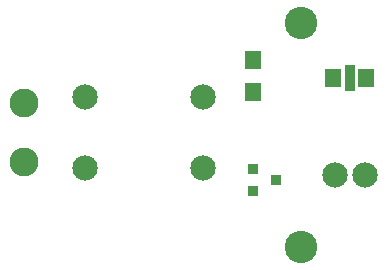
<source format=gts>
G04 #@! TF.FileFunction,Soldermask,Top*
%FSLAX46Y46*%
G04 Gerber Fmt 4.6, Leading zero omitted, Abs format (unit mm)*
G04 Created by KiCad (PCBNEW 4.0.1-stable) date 3/11/2016 2:16:34 AM*
%MOMM*%
G01*
G04 APERTURE LIST*
%ADD10C,0.100000*%
%ADD11C,2.150000*%
%ADD12R,1.350000X1.550000*%
%ADD13R,0.950000X2.250000*%
%ADD14C,2.450000*%
%ADD15R,0.950100X0.950100*%
%ADD16R,1.450000X1.650000*%
%ADD17C,2.750000*%
G04 APERTURE END LIST*
D10*
D11*
X166870000Y-108600000D03*
X164330000Y-108600000D03*
D12*
X167000000Y-100400000D03*
X164200000Y-100400000D03*
D13*
X165600000Y-100400000D03*
D14*
X138000000Y-107500000D03*
X138000000Y-102500000D03*
D15*
X157399240Y-108050000D03*
X157399240Y-109950000D03*
X159398220Y-109000000D03*
D16*
X157400000Y-101550000D03*
X157400000Y-98850000D03*
D11*
X143200000Y-102000000D03*
X143200000Y-108000000D03*
X153200000Y-102000000D03*
X153200000Y-108000000D03*
D17*
X161500000Y-95700000D03*
X161500000Y-114700000D03*
M02*

</source>
